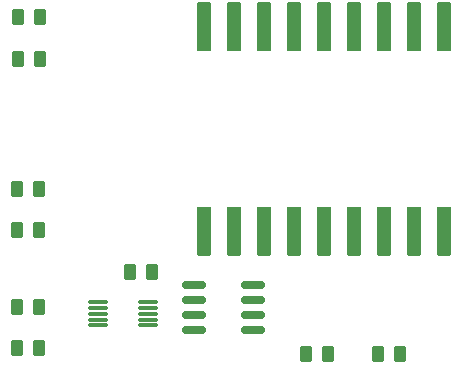
<source format=gtp>
G04 #@! TF.GenerationSoftware,KiCad,Pcbnew,8.0.7*
G04 #@! TF.CreationDate,2025-06-18T23:27:42-07:00*
G04 #@! TF.ProjectId,ESP32_MIDI2CV,45535033-325f-44d4-9944-493243562e6b,rev?*
G04 #@! TF.SameCoordinates,Original*
G04 #@! TF.FileFunction,Paste,Top*
G04 #@! TF.FilePolarity,Positive*
%FSLAX46Y46*%
G04 Gerber Fmt 4.6, Leading zero omitted, Abs format (unit mm)*
G04 Created by KiCad (PCBNEW 8.0.7) date 2025-06-18 23:27:42*
%MOMM*%
%LPD*%
G01*
G04 APERTURE LIST*
G04 Aperture macros list*
%AMRoundRect*
0 Rectangle with rounded corners*
0 $1 Rounding radius*
0 $2 $3 $4 $5 $6 $7 $8 $9 X,Y pos of 4 corners*
0 Add a 4 corners polygon primitive as box body*
4,1,4,$2,$3,$4,$5,$6,$7,$8,$9,$2,$3,0*
0 Add four circle primitives for the rounded corners*
1,1,$1+$1,$2,$3*
1,1,$1+$1,$4,$5*
1,1,$1+$1,$6,$7*
1,1,$1+$1,$8,$9*
0 Add four rect primitives between the rounded corners*
20,1,$1+$1,$2,$3,$4,$5,0*
20,1,$1+$1,$4,$5,$6,$7,0*
20,1,$1+$1,$6,$7,$8,$9,0*
20,1,$1+$1,$8,$9,$2,$3,0*%
%AMFreePoly0*
4,1,11,0.600000,-3.000000,0.580902,-3.058779,0.530902,-3.095106,0.500000,-3.100000,-0.500000,-3.100000,-0.558779,-3.080902,-0.595106,-3.030902,-0.600000,-3.000000,-0.600000,1.000000,0.600000,1.000000,0.600000,-3.000000,0.600000,-3.000000,$1*%
G04 Aperture macros list end*
%ADD10RoundRect,0.250000X0.262500X0.450000X-0.262500X0.450000X-0.262500X-0.450000X0.262500X-0.450000X0*%
%ADD11RoundRect,0.150000X0.825000X0.150000X-0.825000X0.150000X-0.825000X-0.150000X0.825000X-0.150000X0*%
%ADD12RoundRect,0.087500X0.725000X0.087500X-0.725000X0.087500X-0.725000X-0.087500X0.725000X-0.087500X0*%
%ADD13RoundRect,0.250000X-0.262500X-0.450000X0.262500X-0.450000X0.262500X0.450000X-0.262500X0.450000X0*%
%ADD14FreePoly0,180.000000*%
%ADD15FreePoly0,0.000000*%
G04 APERTURE END LIST*
D10*
X167325000Y-48000000D03*
X165500000Y-48000000D03*
D11*
X185450000Y-60000000D03*
X185450000Y-58730000D03*
X185450000Y-57460000D03*
X185450000Y-56190000D03*
X180500000Y-56190000D03*
X180500000Y-57460000D03*
X180500000Y-58730000D03*
X180500000Y-60000000D03*
D12*
X176587500Y-59595000D03*
X176587500Y-59095000D03*
X176587500Y-58595000D03*
X176587500Y-58095000D03*
X176587500Y-57595000D03*
X172362500Y-57595000D03*
X172362500Y-58095000D03*
X172362500Y-58595000D03*
X172362500Y-59095000D03*
X172362500Y-59595000D03*
D13*
X196087500Y-62000000D03*
X197912500Y-62000000D03*
D10*
X176887500Y-55095000D03*
X175062500Y-55095000D03*
D14*
X201660000Y-35380000D03*
X199120000Y-35380000D03*
X196580000Y-35380000D03*
X194040000Y-35380000D03*
X191500000Y-35380000D03*
X188960000Y-35380000D03*
X186420000Y-35380000D03*
X183880000Y-35380000D03*
X181340000Y-35380000D03*
D15*
X181340000Y-50620000D03*
X183880000Y-50620000D03*
X186420000Y-50620000D03*
X188960000Y-50620000D03*
X191500000Y-50620000D03*
X194040000Y-50620000D03*
X196580000Y-50620000D03*
X199120000Y-50620000D03*
X201660000Y-50620000D03*
D10*
X167325000Y-58000000D03*
X165500000Y-58000000D03*
D13*
X190000000Y-62000000D03*
X191825000Y-62000000D03*
D10*
X167412500Y-33500000D03*
X165587500Y-33500000D03*
X167325000Y-61500000D03*
X165500000Y-61500000D03*
X167325000Y-51500000D03*
X165500000Y-51500000D03*
X167412500Y-37000000D03*
X165587500Y-37000000D03*
M02*

</source>
